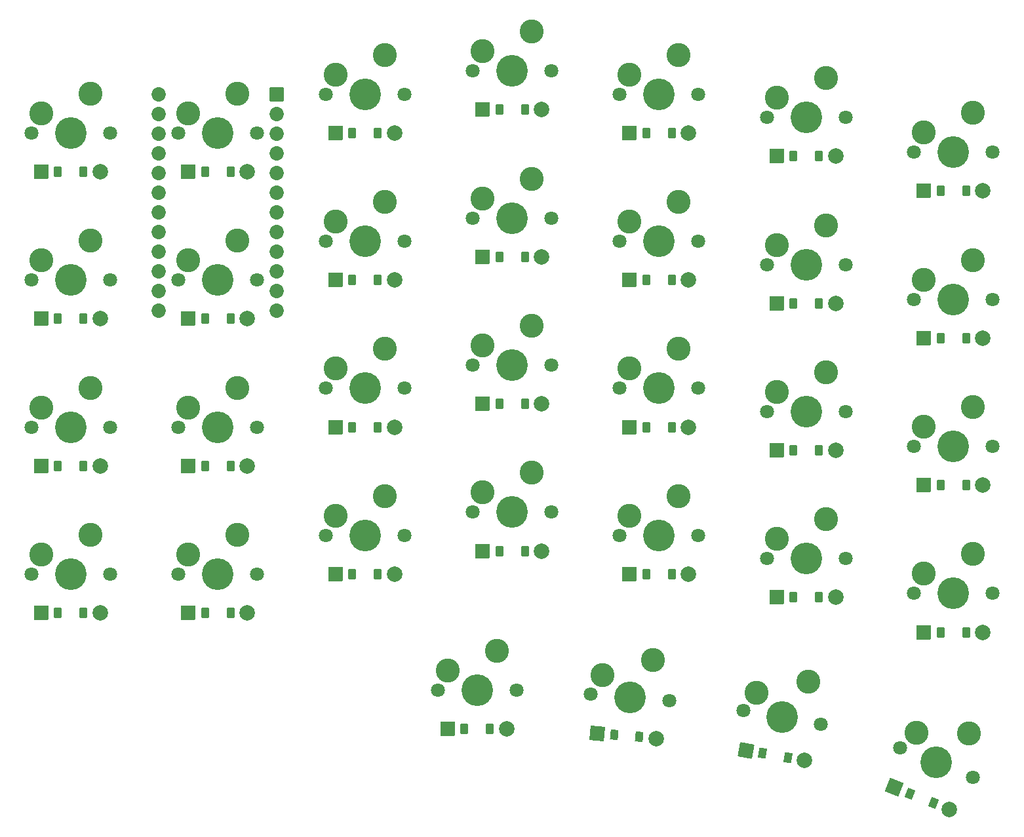
<source format=gbr>
%TF.GenerationSoftware,KiCad,Pcbnew,8.0.6*%
%TF.CreationDate,2024-11-09T22:39:55-08:00*%
%TF.ProjectId,altair,616c7461-6972-42e6-9b69-6361645f7063,v1.0.0*%
%TF.SameCoordinates,Original*%
%TF.FileFunction,Soldermask,Top*%
%TF.FilePolarity,Negative*%
%FSLAX46Y46*%
G04 Gerber Fmt 4.6, Leading zero omitted, Abs format (unit mm)*
G04 Created by KiCad (PCBNEW 8.0.6) date 2024-11-09 22:39:55*
%MOMM*%
%LPD*%
G01*
G04 APERTURE LIST*
G04 Aperture macros list*
%AMRoundRect*
0 Rectangle with rounded corners*
0 $1 Rounding radius*
0 $2 $3 $4 $5 $6 $7 $8 $9 X,Y pos of 4 corners*
0 Add a 4 corners polygon primitive as box body*
4,1,4,$2,$3,$4,$5,$6,$7,$8,$9,$2,$3,0*
0 Add four circle primitives for the rounded corners*
1,1,$1+$1,$2,$3*
1,1,$1+$1,$4,$5*
1,1,$1+$1,$6,$7*
1,1,$1+$1,$8,$9*
0 Add four rect primitives between the rounded corners*
20,1,$1+$1,$2,$3,$4,$5,0*
20,1,$1+$1,$4,$5,$6,$7,0*
20,1,$1+$1,$6,$7,$8,$9,0*
20,1,$1+$1,$8,$9,$2,$3,0*%
G04 Aperture macros list end*
%ADD10C,4.087800*%
%ADD11C,1.801800*%
%ADD12C,3.100000*%
%ADD13RoundRect,0.050000X-0.450000X-0.600000X0.450000X-0.600000X0.450000X0.600000X-0.450000X0.600000X0*%
%ADD14RoundRect,0.050000X-0.889000X-0.889000X0.889000X-0.889000X0.889000X0.889000X-0.889000X0.889000X0*%
%ADD15C,2.005000*%
%ADD16RoundRect,0.050000X-0.500581X-0.558497X0.395994X-0.636937X0.500581X0.558497X-0.395994X0.636937X0*%
%ADD17RoundRect,0.050000X-0.963099X-0.808136X0.808136X-0.963099X0.963099X0.808136X-0.808136X0.963099X0*%
%ADD18RoundRect,0.050000X-0.547352X-0.512743X0.338975X-0.669026X0.547352X0.512743X-0.338975X0.669026X0*%
%ADD19RoundRect,0.050000X-1.029867X-0.721121X0.721121X-1.029867X1.029867X0.721121X-0.721121X1.029867X0*%
%ADD20RoundRect,0.050000X-0.641997X-0.387737X0.192469X-0.724883X0.641997X0.387737X-0.192469X0.724883X0*%
%ADD21RoundRect,0.050000X-1.157292X-0.491241X0.491241X-1.157292X1.157292X0.491241X-0.491241X1.157292X0*%
%ADD22RoundRect,0.050000X-0.876300X0.876300X-0.876300X-0.876300X0.876300X-0.876300X0.876300X0.876300X0*%
%ADD23C,1.852600*%
G04 APERTURE END LIST*
D10*
%TO.C,S1*%
X100000000Y-100000000D03*
D11*
X105080000Y-100000000D03*
X94920000Y-100000000D03*
D12*
X102540000Y-94920000D03*
X96190000Y-97460000D03*
%TD*%
D10*
%TO.C,S2*%
X100000000Y-81000000D03*
D11*
X105080000Y-81000000D03*
X94920000Y-81000000D03*
D12*
X102540000Y-75920000D03*
X96190000Y-78460000D03*
%TD*%
D10*
%TO.C,S3*%
X100000000Y-62000000D03*
D11*
X105080000Y-62000000D03*
X94920000Y-62000000D03*
D12*
X102540000Y-56920000D03*
X96190000Y-59460000D03*
%TD*%
D10*
%TO.C,S4*%
X100000000Y-43000000D03*
D11*
X105080000Y-43000000D03*
X94920000Y-43000000D03*
D12*
X102540000Y-37920000D03*
X96190000Y-40460000D03*
%TD*%
D10*
%TO.C,S5*%
X119000000Y-100000000D03*
D11*
X124080000Y-100000000D03*
X113920000Y-100000000D03*
D12*
X121540000Y-94920000D03*
X115190000Y-97460000D03*
%TD*%
D10*
%TO.C,S6*%
X119000000Y-81000000D03*
D11*
X124080000Y-81000000D03*
X113920000Y-81000000D03*
D12*
X121540000Y-75920000D03*
X115190000Y-78460000D03*
%TD*%
D10*
%TO.C,S7*%
X119000000Y-62000000D03*
D11*
X124080000Y-62000000D03*
X113920000Y-62000000D03*
D12*
X121540000Y-56920000D03*
X115190000Y-59460000D03*
%TD*%
D10*
%TO.C,S8*%
X119000000Y-43000000D03*
D11*
X124080000Y-43000000D03*
X113920000Y-43000000D03*
D12*
X121540000Y-37920000D03*
X115190000Y-40460000D03*
%TD*%
D10*
%TO.C,S9*%
X138000000Y-95000000D03*
D11*
X143080000Y-95000000D03*
X132920000Y-95000000D03*
D12*
X140540000Y-89920000D03*
X134190000Y-92460000D03*
%TD*%
D10*
%TO.C,S10*%
X138000000Y-76000000D03*
D11*
X143080000Y-76000000D03*
X132920000Y-76000000D03*
D12*
X140540000Y-70920000D03*
X134190000Y-73460000D03*
%TD*%
D10*
%TO.C,S11*%
X138000000Y-57000000D03*
D11*
X143080000Y-57000000D03*
X132920000Y-57000000D03*
D12*
X140540000Y-51920000D03*
X134190000Y-54460000D03*
%TD*%
D10*
%TO.C,S12*%
X138000000Y-38000000D03*
D11*
X143080000Y-38000000D03*
X132920000Y-38000000D03*
D12*
X140540000Y-32920000D03*
X134190000Y-35460000D03*
%TD*%
D10*
%TO.C,S13*%
X157000000Y-92000000D03*
D11*
X162080000Y-92000000D03*
X151920000Y-92000000D03*
D12*
X159540000Y-86920000D03*
X153190000Y-89460000D03*
%TD*%
D10*
%TO.C,S14*%
X157000000Y-73000000D03*
D11*
X162080000Y-73000000D03*
X151920000Y-73000000D03*
D12*
X159540000Y-67920000D03*
X153190000Y-70460000D03*
%TD*%
D10*
%TO.C,S15*%
X157000000Y-54000000D03*
D11*
X162080000Y-54000000D03*
X151920000Y-54000000D03*
D12*
X159540000Y-48920000D03*
X153190000Y-51460000D03*
%TD*%
D10*
%TO.C,S16*%
X157000000Y-35000000D03*
D11*
X162080000Y-35000000D03*
X151920000Y-35000000D03*
D12*
X159540000Y-29920000D03*
X153190000Y-32460000D03*
%TD*%
D10*
%TO.C,S17*%
X176000000Y-95000000D03*
D11*
X181080000Y-95000000D03*
X170920000Y-95000000D03*
D12*
X178540000Y-89920000D03*
X172190000Y-92460000D03*
%TD*%
D10*
%TO.C,S18*%
X176000000Y-76000000D03*
D11*
X181080000Y-76000000D03*
X170920000Y-76000000D03*
D12*
X178540000Y-70920000D03*
X172190000Y-73460000D03*
%TD*%
D10*
%TO.C,S19*%
X176000000Y-57000000D03*
D11*
X181080000Y-57000000D03*
X170920000Y-57000000D03*
D12*
X178540000Y-51920000D03*
X172190000Y-54460000D03*
%TD*%
D10*
%TO.C,S20*%
X176000000Y-38000000D03*
D11*
X181080000Y-38000000D03*
X170920000Y-38000000D03*
D12*
X178540000Y-32920000D03*
X172190000Y-35460000D03*
%TD*%
D10*
%TO.C,S21*%
X195000000Y-98000000D03*
D11*
X200080000Y-98000000D03*
X189920000Y-98000000D03*
D12*
X197540000Y-92920000D03*
X191190000Y-95460000D03*
%TD*%
D10*
%TO.C,S22*%
X195000000Y-79000000D03*
D11*
X200080000Y-79000000D03*
X189920000Y-79000000D03*
D12*
X197540000Y-73920000D03*
X191190000Y-76460000D03*
%TD*%
D10*
%TO.C,S23*%
X195000000Y-60000000D03*
D11*
X200080000Y-60000000D03*
X189920000Y-60000000D03*
D12*
X197540000Y-54920000D03*
X191190000Y-57460000D03*
%TD*%
D10*
%TO.C,S24*%
X195000000Y-41000000D03*
D11*
X200080000Y-41000000D03*
X189920000Y-41000000D03*
D12*
X197540000Y-35920000D03*
X191190000Y-38460000D03*
%TD*%
D10*
%TO.C,S25*%
X214000000Y-102500000D03*
D11*
X219080000Y-102500000D03*
X208920000Y-102500000D03*
D12*
X216540000Y-97420000D03*
X210190000Y-99960000D03*
%TD*%
D10*
%TO.C,S26*%
X214000000Y-83500000D03*
D11*
X219080000Y-83500000D03*
X208920000Y-83500000D03*
D12*
X216540000Y-78420000D03*
X210190000Y-80960000D03*
%TD*%
D10*
%TO.C,S27*%
X214000000Y-64500000D03*
D11*
X219080000Y-64500000D03*
X208920000Y-64500000D03*
D12*
X216540000Y-59420000D03*
X210190000Y-61960000D03*
%TD*%
D10*
%TO.C,S28*%
X214000000Y-45500000D03*
D11*
X219080000Y-45500000D03*
X208920000Y-45500000D03*
D12*
X216540000Y-40420000D03*
X210190000Y-42960000D03*
%TD*%
D10*
%TO.C,S29*%
X152500000Y-115000000D03*
D11*
X157580000Y-115000000D03*
X147420000Y-115000000D03*
D12*
X155040000Y-109920000D03*
X148690000Y-112460000D03*
%TD*%
D10*
%TO.C,S30*%
X172246349Y-115905805D03*
D11*
X177307018Y-116348556D03*
X167185680Y-115463054D03*
D12*
X175219435Y-111066512D03*
X168672223Y-113043407D03*
%TD*%
D10*
%TO.C,S31*%
X191844304Y-118485925D03*
D11*
X196847127Y-119368058D03*
X186841481Y-117603792D03*
D12*
X195227848Y-113924168D03*
X188533253Y-115322914D03*
%TD*%
D10*
%TO.C,S32*%
X211788038Y-124313440D03*
D11*
X216498132Y-126216441D03*
X207077944Y-122410439D03*
D12*
X216046086Y-120554847D03*
X209206968Y-120531142D03*
%TD*%
D13*
%TO.C,D1*%
X98350000Y-105000000D03*
X101650000Y-105000000D03*
D14*
X96190000Y-105000000D03*
D15*
X103810000Y-105000000D03*
%TD*%
D13*
%TO.C,D2*%
X98350000Y-86000000D03*
X101650000Y-86000000D03*
D14*
X96190000Y-86000000D03*
D15*
X103810000Y-86000000D03*
%TD*%
D13*
%TO.C,D3*%
X98350000Y-67000000D03*
X101650000Y-67000000D03*
D14*
X96190000Y-67000000D03*
D15*
X103810000Y-67000000D03*
%TD*%
D13*
%TO.C,D4*%
X98350000Y-48000000D03*
X101650000Y-48000000D03*
D14*
X96190000Y-48000000D03*
D15*
X103810000Y-48000000D03*
%TD*%
D13*
%TO.C,D5*%
X117350000Y-105000000D03*
X120650000Y-105000000D03*
D14*
X115190000Y-105000000D03*
D15*
X122810000Y-105000000D03*
%TD*%
D13*
%TO.C,D6*%
X117350000Y-86000000D03*
X120650000Y-86000000D03*
D14*
X115190000Y-86000000D03*
D15*
X122810000Y-86000000D03*
%TD*%
D13*
%TO.C,D7*%
X117350000Y-67000000D03*
X120650000Y-67000000D03*
D14*
X115190000Y-67000000D03*
D15*
X122810000Y-67000000D03*
%TD*%
D13*
%TO.C,D8*%
X117350000Y-48000000D03*
X120650000Y-48000000D03*
D14*
X115190000Y-48000000D03*
D15*
X122810000Y-48000000D03*
%TD*%
D13*
%TO.C,D9*%
X136350000Y-100000000D03*
X139650000Y-100000000D03*
D14*
X134190000Y-100000000D03*
D15*
X141810000Y-100000000D03*
%TD*%
D13*
%TO.C,D10*%
X136350000Y-81000000D03*
X139650000Y-81000000D03*
D14*
X134190000Y-81000000D03*
D15*
X141810000Y-81000000D03*
%TD*%
D13*
%TO.C,D11*%
X136350000Y-62000000D03*
X139650000Y-62000000D03*
D14*
X134190000Y-62000000D03*
D15*
X141810000Y-62000000D03*
%TD*%
D13*
%TO.C,D12*%
X136350000Y-43000000D03*
X139650000Y-43000000D03*
D14*
X134190000Y-43000000D03*
D15*
X141810000Y-43000000D03*
%TD*%
D13*
%TO.C,D13*%
X155350000Y-97000000D03*
X158650000Y-97000000D03*
D14*
X153190000Y-97000000D03*
D15*
X160810000Y-97000000D03*
%TD*%
D13*
%TO.C,D14*%
X155350000Y-78000000D03*
X158650000Y-78000000D03*
D14*
X153190000Y-78000000D03*
D15*
X160810000Y-78000000D03*
%TD*%
D13*
%TO.C,D15*%
X155350000Y-59000000D03*
X158650000Y-59000000D03*
D14*
X153190000Y-59000000D03*
D15*
X160810000Y-59000000D03*
%TD*%
D13*
%TO.C,D16*%
X155350000Y-40000000D03*
X158650000Y-40000000D03*
D14*
X153190000Y-40000000D03*
D15*
X160810000Y-40000000D03*
%TD*%
D13*
%TO.C,D17*%
X174350000Y-100000000D03*
X177650000Y-100000000D03*
D14*
X172190000Y-100000000D03*
D15*
X179810000Y-100000000D03*
%TD*%
D13*
%TO.C,D18*%
X174350000Y-81000000D03*
X177650000Y-81000000D03*
D14*
X172190000Y-81000000D03*
D15*
X179810000Y-81000000D03*
%TD*%
D13*
%TO.C,D19*%
X174350000Y-62000000D03*
X177650000Y-62000000D03*
D14*
X172190000Y-62000000D03*
D15*
X179810000Y-62000000D03*
%TD*%
D13*
%TO.C,D20*%
X174350000Y-43000000D03*
X177650000Y-43000000D03*
D14*
X172190000Y-43000000D03*
D15*
X179810000Y-43000000D03*
%TD*%
D13*
%TO.C,D21*%
X193350000Y-103000000D03*
X196650000Y-103000000D03*
D14*
X191190000Y-103000000D03*
D15*
X198810000Y-103000000D03*
%TD*%
D13*
%TO.C,D22*%
X193350000Y-84000000D03*
X196650000Y-84000000D03*
D14*
X191190000Y-84000000D03*
D15*
X198810000Y-84000000D03*
%TD*%
D13*
%TO.C,D23*%
X193350000Y-65000000D03*
X196650000Y-65000000D03*
D14*
X191190000Y-65000000D03*
D15*
X198810000Y-65000000D03*
%TD*%
D13*
%TO.C,D24*%
X193350000Y-46000000D03*
X196650000Y-46000000D03*
D14*
X191190000Y-46000000D03*
D15*
X198810000Y-46000000D03*
%TD*%
D13*
%TO.C,D25*%
X212350000Y-107500000D03*
X215650000Y-107500000D03*
D14*
X210190000Y-107500000D03*
D15*
X217810000Y-107500000D03*
%TD*%
D13*
%TO.C,D26*%
X212350000Y-88500000D03*
X215650000Y-88500000D03*
D14*
X210190000Y-88500000D03*
D15*
X217810000Y-88500000D03*
%TD*%
D13*
%TO.C,D27*%
X212350000Y-69500000D03*
X215650000Y-69500000D03*
D14*
X210190000Y-69500000D03*
D15*
X217810000Y-69500000D03*
%TD*%
D13*
%TO.C,D28*%
X212350000Y-50500000D03*
X215650000Y-50500000D03*
D14*
X210190000Y-50500000D03*
D15*
X217810000Y-50500000D03*
%TD*%
D13*
%TO.C,D29*%
X150850000Y-120000000D03*
X154150000Y-120000000D03*
D14*
X148690000Y-120000000D03*
D15*
X156310000Y-120000000D03*
%TD*%
D16*
%TO.C,D30*%
X170166849Y-120742972D03*
X173454291Y-121030586D03*
D17*
X168015068Y-120554716D03*
D15*
X175606072Y-121218842D03*
%TD*%
D18*
%TO.C,D31*%
X189351130Y-123123445D03*
X192600996Y-123696483D03*
D19*
X187223945Y-122748364D03*
D15*
X194728181Y-124071564D03*
%TD*%
D20*
%TO.C,D32*%
X208385152Y-128331258D03*
X211444858Y-129567460D03*
D21*
X206382435Y-127522108D03*
D15*
X213447575Y-130376610D03*
%TD*%
D22*
%TO.C,MCU1*%
X126620000Y-38030000D03*
D23*
X126620000Y-40570000D03*
X126620000Y-43110000D03*
X126620000Y-45650000D03*
X126620000Y-48190000D03*
X126620000Y-50730000D03*
X126620000Y-53270000D03*
X126620000Y-55810000D03*
X126620000Y-58350000D03*
X126620000Y-60890000D03*
X126620000Y-63430000D03*
X126620000Y-65970000D03*
X111380000Y-38030000D03*
X111380000Y-40570000D03*
X111380000Y-43110000D03*
X111380000Y-45650000D03*
X111380000Y-48190000D03*
X111380000Y-50730000D03*
X111380000Y-53270000D03*
X111380000Y-55810000D03*
X111380000Y-58350000D03*
X111380000Y-60890000D03*
X111380000Y-63430000D03*
X111380000Y-65970000D03*
%TD*%
M02*

</source>
